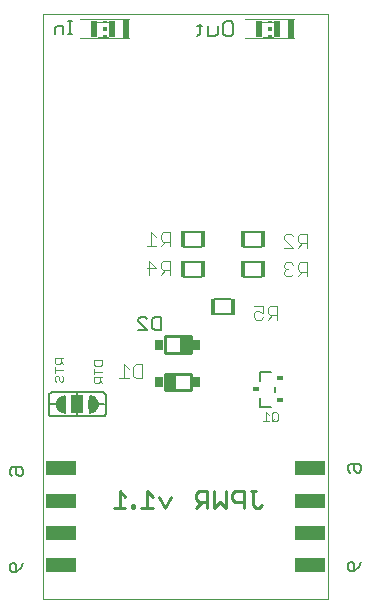
<source format=gbo>
G75*
G70*
%OFA0B0*%
%FSLAX24Y24*%
%IPPOS*%
%LPD*%
%AMOC8*
5,1,8,0,0,1.08239X$1,22.5*
%
%ADD10C,0.0030*%
%ADD11C,0.0090*%
%ADD12C,0.0000*%
%ADD13C,0.0050*%
%ADD14R,0.0984X0.0472*%
%ADD15C,0.0060*%
%ADD16R,0.0140X0.0560*%
%ADD17C,0.0040*%
%ADD18C,0.0100*%
%ADD19R,0.0295X0.0335*%
%ADD20R,0.0354X0.0531*%
%ADD21R,0.0400X0.0600*%
%ADD22R,0.0230X0.0180*%
%ADD23R,0.0118X0.0059*%
%ADD24R,0.0118X0.0118*%
%ADD25R,0.0236X0.0531*%
%ADD26R,0.1634X0.0030*%
%ADD27R,0.0049X0.0591*%
%ADD28R,0.0197X0.0591*%
%ADD29C,0.0070*%
D10*
X005123Y011302D02*
X005075Y011351D01*
X005075Y011447D01*
X005123Y011496D01*
X005172Y011496D01*
X005220Y011447D01*
X005220Y011351D01*
X005268Y011302D01*
X005317Y011302D01*
X005365Y011351D01*
X005365Y011447D01*
X005317Y011496D01*
X005365Y011694D02*
X005075Y011694D01*
X005075Y011790D02*
X005075Y011597D01*
X005123Y011892D02*
X005220Y011892D01*
X005268Y011940D01*
X005268Y012085D01*
X005268Y011988D02*
X005365Y011892D01*
X005365Y012085D02*
X005075Y012085D01*
X005075Y011940D01*
X005123Y011892D01*
X006375Y011890D02*
X006375Y012035D01*
X006665Y012035D01*
X006665Y011890D01*
X006617Y011842D01*
X006423Y011842D01*
X006375Y011890D01*
X006375Y011740D02*
X006375Y011547D01*
X006375Y011644D02*
X006665Y011644D01*
X006665Y011446D02*
X006375Y011446D01*
X006375Y011301D01*
X006423Y011252D01*
X006520Y011252D01*
X006568Y011301D01*
X006568Y011446D01*
X006568Y011349D02*
X006665Y011252D01*
X012016Y009995D02*
X012210Y009995D01*
X012113Y009995D02*
X012113Y010285D01*
X012210Y010188D01*
X012311Y010237D02*
X012311Y010043D01*
X012359Y009995D01*
X012456Y009995D01*
X012504Y010043D01*
X012504Y010237D01*
X012456Y010285D01*
X012359Y010285D01*
X012311Y010237D01*
X012408Y010092D02*
X012311Y009995D01*
D11*
X011795Y007665D02*
X011605Y007665D01*
X011700Y007665D02*
X011700Y007190D01*
X011795Y007095D01*
X011890Y007095D01*
X011985Y007190D01*
X011377Y007095D02*
X011377Y007665D01*
X011092Y007665D01*
X010997Y007570D01*
X010997Y007380D01*
X011092Y007285D01*
X011377Y007285D01*
X010770Y007095D02*
X010579Y007285D01*
X010389Y007095D01*
X010389Y007665D01*
X010162Y007665D02*
X009877Y007665D01*
X009782Y007570D01*
X009782Y007380D01*
X009877Y007285D01*
X010162Y007285D01*
X010162Y007095D02*
X010162Y007665D01*
X009972Y007285D02*
X009782Y007095D01*
X008946Y007475D02*
X008756Y007095D01*
X008566Y007475D01*
X008339Y007475D02*
X008149Y007665D01*
X008149Y007095D01*
X008339Y007095D02*
X007958Y007095D01*
X007731Y007095D02*
X007636Y007095D01*
X007636Y007190D01*
X007731Y007190D01*
X007731Y007095D01*
X007427Y007095D02*
X007047Y007095D01*
X007237Y007095D02*
X007237Y007665D01*
X007427Y007475D01*
X010770Y007665D02*
X010770Y007095D01*
D12*
X014180Y004050D02*
X004680Y004050D01*
X004680Y023550D01*
X014180Y023550D01*
X014180Y004050D01*
D13*
X003645Y004956D02*
X003570Y005031D01*
X003570Y005182D01*
X003645Y005257D01*
X003720Y005257D01*
X003795Y005182D01*
X003795Y004956D01*
X003645Y004956D01*
X003795Y004956D02*
X003945Y005107D01*
X004020Y005257D01*
X003945Y008153D02*
X003870Y008153D01*
X003795Y008228D01*
X003795Y008453D01*
X003645Y008453D02*
X003945Y008453D01*
X004020Y008378D01*
X004020Y008228D01*
X003945Y008153D01*
X003645Y008153D02*
X003570Y008228D01*
X003570Y008378D01*
X003645Y008453D01*
X005406Y010823D02*
X005429Y010550D01*
X005429Y010550D01*
X005406Y010277D01*
X005405Y010276D01*
X005373Y010281D01*
X005341Y010290D01*
X005311Y010302D01*
X005283Y010318D01*
X005256Y010337D01*
X005232Y010359D01*
X005211Y010383D01*
X005193Y010410D01*
X005178Y010439D01*
X005167Y010470D01*
X005159Y010501D01*
X005155Y010534D01*
X005155Y010566D01*
X005159Y010599D01*
X005167Y010630D01*
X005178Y010661D01*
X005193Y010690D01*
X005211Y010717D01*
X005232Y010741D01*
X005256Y010763D01*
X005283Y010782D01*
X005311Y010798D01*
X005341Y010810D01*
X005373Y010819D01*
X005405Y010824D01*
X005405Y010777D01*
X005377Y010772D01*
X005349Y010763D01*
X005323Y010751D01*
X005298Y010736D01*
X005275Y010718D01*
X005255Y010697D01*
X005238Y010673D01*
X005224Y010648D01*
X005213Y010621D01*
X005206Y010593D01*
X005202Y010564D01*
X005202Y010536D01*
X005206Y010507D01*
X005213Y010479D01*
X005224Y010452D01*
X005238Y010427D01*
X005255Y010403D01*
X005275Y010382D01*
X005298Y010364D01*
X005323Y010349D01*
X005349Y010337D01*
X005377Y010328D01*
X005405Y010323D01*
X005405Y010371D01*
X005380Y010376D01*
X005355Y010385D01*
X005333Y010397D01*
X005312Y010413D01*
X005293Y010431D01*
X005278Y010452D01*
X005265Y010475D01*
X005256Y010499D01*
X005251Y010524D01*
X005249Y010550D01*
X005251Y010576D01*
X005256Y010601D01*
X005265Y010625D01*
X005278Y010648D01*
X005293Y010669D01*
X005312Y010687D01*
X005333Y010703D01*
X005355Y010715D01*
X005380Y010724D01*
X005405Y010729D01*
X005405Y010682D01*
X005384Y010676D01*
X005364Y010667D01*
X005346Y010655D01*
X005330Y010640D01*
X005317Y010622D01*
X005307Y010603D01*
X005300Y010582D01*
X005296Y010561D01*
X005296Y010539D01*
X005300Y010518D01*
X005307Y010497D01*
X005317Y010478D01*
X005330Y010460D01*
X005346Y010445D01*
X005364Y010433D01*
X005384Y010424D01*
X005405Y010418D01*
X005405Y010467D01*
X005389Y010473D01*
X005375Y010482D01*
X005363Y010495D01*
X005353Y010509D01*
X005347Y010525D01*
X005343Y010541D01*
X005343Y010559D01*
X005347Y010575D01*
X005353Y010591D01*
X005363Y010605D01*
X005375Y010618D01*
X005389Y010627D01*
X005405Y010633D01*
X005407Y010582D01*
X005399Y010575D01*
X005393Y010566D01*
X005390Y010555D01*
X005390Y010545D01*
X005393Y010534D01*
X005399Y010525D01*
X005407Y010518D01*
X006254Y010277D02*
X006231Y010550D01*
X006231Y010550D01*
X006254Y010823D01*
X006255Y010824D01*
X006287Y010819D01*
X006319Y010810D01*
X006349Y010798D01*
X006377Y010782D01*
X006404Y010763D01*
X006428Y010741D01*
X006449Y010717D01*
X006467Y010690D01*
X006482Y010661D01*
X006493Y010630D01*
X006501Y010599D01*
X006505Y010566D01*
X006505Y010534D01*
X006501Y010501D01*
X006493Y010470D01*
X006482Y010439D01*
X006467Y010410D01*
X006449Y010383D01*
X006428Y010359D01*
X006404Y010337D01*
X006377Y010318D01*
X006349Y010302D01*
X006319Y010290D01*
X006287Y010281D01*
X006255Y010276D01*
X006255Y010323D01*
X006283Y010328D01*
X006311Y010337D01*
X006337Y010349D01*
X006362Y010364D01*
X006385Y010382D01*
X006405Y010403D01*
X006422Y010427D01*
X006436Y010452D01*
X006447Y010479D01*
X006454Y010507D01*
X006458Y010536D01*
X006458Y010564D01*
X006454Y010593D01*
X006447Y010621D01*
X006436Y010648D01*
X006422Y010673D01*
X006405Y010697D01*
X006385Y010718D01*
X006362Y010736D01*
X006337Y010751D01*
X006311Y010763D01*
X006283Y010772D01*
X006255Y010777D01*
X006255Y010729D01*
X006280Y010724D01*
X006305Y010715D01*
X006327Y010703D01*
X006348Y010687D01*
X006367Y010669D01*
X006382Y010648D01*
X006395Y010625D01*
X006404Y010601D01*
X006409Y010576D01*
X006411Y010550D01*
X006409Y010524D01*
X006404Y010499D01*
X006395Y010475D01*
X006382Y010452D01*
X006367Y010431D01*
X006348Y010413D01*
X006327Y010397D01*
X006305Y010385D01*
X006280Y010376D01*
X006255Y010371D01*
X006255Y010418D01*
X006276Y010424D01*
X006296Y010433D01*
X006314Y010445D01*
X006330Y010460D01*
X006343Y010478D01*
X006353Y010497D01*
X006360Y010518D01*
X006364Y010539D01*
X006364Y010561D01*
X006360Y010582D01*
X006353Y010603D01*
X006343Y010622D01*
X006330Y010640D01*
X006314Y010655D01*
X006296Y010667D01*
X006276Y010676D01*
X006255Y010682D01*
X006255Y010633D01*
X006271Y010627D01*
X006285Y010618D01*
X006297Y010605D01*
X006307Y010591D01*
X006313Y010575D01*
X006317Y010559D01*
X006317Y010541D01*
X006313Y010525D01*
X006307Y010509D01*
X006297Y010495D01*
X006285Y010482D01*
X006271Y010473D01*
X006255Y010467D01*
X006253Y010518D01*
X006261Y010525D01*
X006267Y010534D01*
X006270Y010545D01*
X006270Y010555D01*
X006267Y010566D01*
X006261Y010575D01*
X006253Y010582D01*
X007865Y013025D02*
X008165Y013025D01*
X007865Y013325D01*
X007865Y013400D01*
X007940Y013475D01*
X008090Y013475D01*
X008165Y013400D01*
X008326Y013400D02*
X008326Y013100D01*
X008401Y013025D01*
X008626Y013025D01*
X008626Y013475D01*
X008401Y013475D01*
X008326Y013400D01*
X011930Y011625D02*
X011930Y011325D01*
X011930Y011625D02*
X012280Y011625D01*
X012430Y011125D02*
X012430Y010975D01*
X012280Y010475D02*
X011930Y010475D01*
X011930Y010775D01*
X014840Y008502D02*
X014915Y008577D01*
X015216Y008577D01*
X015291Y008502D01*
X015291Y008352D01*
X015216Y008277D01*
X015140Y008277D01*
X015065Y008352D01*
X015065Y008577D01*
X014840Y008502D02*
X014840Y008352D01*
X014915Y008277D01*
X014915Y005293D02*
X014990Y005293D01*
X015065Y005218D01*
X015065Y004993D01*
X014915Y004993D01*
X014840Y005068D01*
X014840Y005218D01*
X014915Y005293D01*
X015065Y004993D02*
X015216Y005143D01*
X015291Y005293D01*
D14*
X013589Y005180D03*
X013589Y006260D03*
X013589Y007340D03*
X013589Y008420D03*
X005271Y008420D03*
X005271Y007340D03*
X005271Y006260D03*
X005271Y005180D03*
D15*
X004980Y010150D02*
X006680Y010150D01*
X006697Y010152D01*
X006714Y010156D01*
X006730Y010163D01*
X006744Y010173D01*
X006757Y010186D01*
X006767Y010200D01*
X006774Y010216D01*
X006778Y010233D01*
X006780Y010250D01*
X006780Y010850D01*
X006778Y010867D01*
X006774Y010884D01*
X006767Y010900D01*
X006757Y010914D01*
X006744Y010927D01*
X006730Y010937D01*
X006714Y010944D01*
X006697Y010948D01*
X006680Y010950D01*
X004980Y010950D01*
X004963Y010948D01*
X004946Y010944D01*
X004930Y010937D01*
X004916Y010927D01*
X004903Y010914D01*
X004893Y010900D01*
X004886Y010884D01*
X004882Y010867D01*
X004880Y010850D01*
X004880Y010250D01*
X004882Y010233D01*
X004886Y010216D01*
X004893Y010200D01*
X004903Y010186D01*
X004916Y010173D01*
X004930Y010163D01*
X004946Y010156D01*
X004963Y010152D01*
X004980Y010150D01*
X004930Y010550D02*
X005130Y010550D01*
X005830Y010250D02*
X005830Y010150D01*
X005830Y010850D02*
X005830Y010950D01*
X006530Y010550D02*
X006730Y010550D01*
X009400Y014800D02*
X009960Y014800D01*
X009960Y015300D02*
X009400Y015300D01*
X009400Y015800D02*
X009960Y015800D01*
X009960Y016300D02*
X009400Y016300D01*
X010400Y014050D02*
X010960Y014050D01*
X010960Y013550D02*
X010400Y013550D01*
X011400Y014800D02*
X011960Y014800D01*
X011960Y015300D02*
X011400Y015300D01*
X011400Y015800D02*
X011960Y015800D01*
X011960Y016300D02*
X011400Y016300D01*
D16*
X011340Y016050D03*
X012020Y016050D03*
X012020Y015050D03*
X011340Y015050D03*
X011020Y013800D03*
X010340Y013800D03*
X010020Y015050D03*
X009340Y015050D03*
X009340Y016050D03*
X010020Y016050D03*
D17*
X008910Y015973D02*
X008680Y015973D01*
X008603Y016050D01*
X008603Y016204D01*
X008680Y016280D01*
X008910Y016280D01*
X008910Y015820D01*
X008757Y015973D02*
X008603Y015820D01*
X008450Y015820D02*
X008143Y015820D01*
X008296Y015820D02*
X008296Y016280D01*
X008450Y016127D01*
X008680Y015330D02*
X008603Y015254D01*
X008603Y015100D01*
X008680Y015023D01*
X008910Y015023D01*
X008910Y014870D02*
X008910Y015330D01*
X008680Y015330D01*
X008757Y015023D02*
X008603Y014870D01*
X008450Y015100D02*
X008143Y015100D01*
X008219Y014870D02*
X008219Y015330D01*
X008450Y015100D01*
X007998Y011887D02*
X007768Y011887D01*
X007691Y011810D01*
X007691Y011503D01*
X007768Y011426D01*
X007998Y011426D01*
X007998Y011887D01*
X007537Y011733D02*
X007384Y011887D01*
X007384Y011426D01*
X007537Y011426D02*
X007230Y011426D01*
X011713Y013447D02*
X011790Y013370D01*
X011944Y013370D01*
X012020Y013447D01*
X012020Y013600D02*
X011867Y013677D01*
X011790Y013677D01*
X011713Y013600D01*
X011713Y013447D01*
X012020Y013600D02*
X012020Y013830D01*
X011713Y013830D01*
X012174Y013754D02*
X012174Y013600D01*
X012251Y013523D01*
X012481Y013523D01*
X012481Y013370D02*
X012481Y013830D01*
X012251Y013830D01*
X012174Y013754D01*
X012327Y013523D02*
X012174Y013370D01*
X012790Y014820D02*
X012944Y014820D01*
X013020Y014897D01*
X013174Y014820D02*
X013327Y014973D01*
X013251Y014973D02*
X013481Y014973D01*
X013481Y014820D02*
X013481Y015280D01*
X013251Y015280D01*
X013174Y015204D01*
X013174Y015050D01*
X013251Y014973D01*
X013020Y015204D02*
X012944Y015280D01*
X012790Y015280D01*
X012713Y015204D01*
X012713Y015127D01*
X012790Y015050D01*
X012713Y014973D01*
X012713Y014897D01*
X012790Y014820D01*
X012790Y015050D02*
X012867Y015050D01*
X012713Y015770D02*
X013020Y015770D01*
X012713Y016077D01*
X012713Y016154D01*
X012790Y016230D01*
X012944Y016230D01*
X013020Y016154D01*
X013174Y016154D02*
X013174Y016000D01*
X013251Y015923D01*
X013481Y015923D01*
X013481Y015770D02*
X013481Y016230D01*
X013251Y016230D01*
X013174Y016154D01*
X013327Y015923D02*
X013174Y015770D01*
X012357Y022804D02*
X012003Y022804D01*
X011993Y023296D02*
X012357Y023296D01*
X006857Y023296D02*
X006493Y023296D01*
X006503Y022804D02*
X006857Y022804D01*
D18*
X008747Y012826D02*
X008747Y012274D01*
X009613Y012274D01*
X009613Y012826D01*
X008747Y012826D01*
X008747Y011576D02*
X008747Y011024D01*
X009613Y011024D01*
X009613Y011576D01*
X008747Y011576D01*
D19*
X008560Y011310D03*
X008560Y012540D03*
X009800Y012540D03*
X009800Y011310D03*
D20*
X008944Y011290D03*
X009416Y012560D03*
D21*
X005830Y010550D03*
D22*
X011785Y011050D03*
X012575Y010680D03*
X012575Y011420D03*
D23*
X012239Y022814D03*
X012239Y023286D03*
X006739Y023286D03*
X006739Y022814D03*
D24*
X006739Y023050D03*
X012239Y023050D03*
D25*
X012475Y023050D03*
X011885Y023050D03*
X006975Y023050D03*
X006385Y023050D03*
D26*
X006749Y022740D03*
X006749Y023360D03*
X012249Y023360D03*
X012249Y022740D03*
D27*
X011457Y023050D03*
X005957Y023050D03*
D28*
X007467Y023050D03*
X012967Y023050D03*
D29*
X011020Y022907D02*
X010938Y022825D01*
X010775Y022825D01*
X010693Y022907D01*
X010693Y023234D01*
X010775Y023315D01*
X010938Y023315D01*
X011020Y023234D01*
X011020Y022907D01*
X010504Y022907D02*
X010423Y022825D01*
X010177Y022825D01*
X010177Y023152D01*
X009989Y023152D02*
X009825Y023152D01*
X009907Y023234D02*
X009907Y022907D01*
X009825Y022825D01*
X010504Y022907D02*
X010504Y023152D01*
X005662Y023315D02*
X005519Y023315D01*
X005591Y023315D02*
X005591Y022885D01*
X005662Y022885D02*
X005519Y022885D01*
X005355Y022885D02*
X005355Y023172D01*
X005140Y023172D01*
X005068Y023100D01*
X005068Y022885D01*
M02*

</source>
